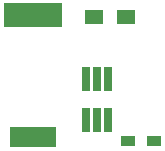
<source format=gbp>
G04 #@! TF.FileFunction,Paste,Bot*
%FSLAX46Y46*%
G04 Gerber Fmt 4.6, Leading zero omitted, Abs format (unit mm)*
G04 Created by KiCad (PCBNEW 4.0.4-stable) date 08/29/17 21:10:05*
%MOMM*%
%LPD*%
G01*
G04 APERTURE LIST*
%ADD10C,0.100000*%
%ADD11R,1.200000X0.900000*%
%ADD12R,1.500000X1.300000*%
%ADD13R,5.000000X2.000000*%
%ADD14R,4.000000X1.700000*%
%ADD15R,0.650000X2.000000*%
G04 APERTURE END LIST*
D10*
D11*
X16637260Y-10104040D03*
X18837260Y-10104040D03*
D12*
X13787260Y445960D03*
X16487260Y445960D03*
D13*
X8637260Y595960D03*
D14*
X8637260Y-9754040D03*
D15*
X14987260Y-8264040D03*
X14037260Y-8264040D03*
X13087260Y-8264040D03*
X13087260Y-4844040D03*
X14037260Y-4844040D03*
X14987260Y-4844040D03*
M02*

</source>
